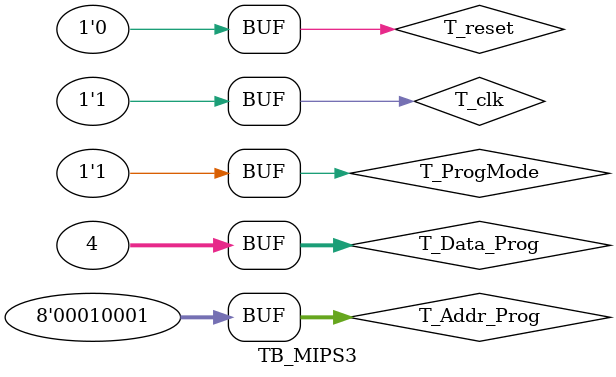
<source format=v>
`timescale 1ns/1ns
module TB_MIPS3;
	
	reg			T_reset;
	reg			T_clk;
	reg			T_ProgMode;
	reg	[7:0]	T_Addr_Prog;
	reg	[31:0]	T_Data_Prog;
	
	MIPS	DUT(
		.reset		(T_reset),
		.clk		(T_clk),
		.ProgMode	(T_ProgMode),
		.Addr_Prog	(T_Addr_Prog),
		.Data_Prog	(T_Data_Prog));
		
	always
	begin
		T_clk = 1'b0;
		#10;
		T_clk = 1'b1;
		#10;
	end
	
	initial
	begin
		T_Addr_Prog = 8'd0;
		T_Data_Prog = 32'd0;
		T_reset = 1'b1;
		T_ProgMode = 1'b0; // Program mode (Write)
		#20;
		T_reset = 1'b0;
		
		T_Addr_Prog = 8'd0;
		T_Data_Prog = 32'd274730462;
		#20;
		T_Addr_Prog = 8'd1;
		T_Data_Prog = 32'd272629760;
		#20;
		T_Addr_Prog = 8'd2;
		T_Data_Prog = 32'd270532609;
		#20;
		T_Addr_Prog = 8'd3;
		T_Data_Prog = 32'd4;
		#20;
		T_Addr_Prog = 8'd4;
		T_Data_Prog = 32'd4;
		#20;
		T_Addr_Prog = 8'd5;
		T_Data_Prog = 32'd8460296;
		#20;
		T_Addr_Prog = 8'd6;
		T_Data_Prog = 32'd880869387;
		#20;
		T_Addr_Prog = 8'd7;
		T_Data_Prog = 32'd4;
		#20;
		T_Addr_Prog = 8'd8;
		T_Data_Prog = 32'd4;
		#20;
		T_Addr_Prog = 8'd9;
		T_Data_Prog = 32'd4;
		#20;
		T_Addr_Prog = 8'd10;
		T_Data_Prog = 32'd272760833;
		#20;
		T_Addr_Prog = 8'd11;
		T_Data_Prog = 32'd6490137;
		#20;
		T_Addr_Prog = 8'd12;
		T_Data_Prog = 32'd878706691;
		#20;
		T_Addr_Prog = 8'd13;
		T_Data_Prog = 32'd4;
		#20;
		T_Addr_Prog = 8'd14;
		T_Data_Prog = 32'd4;
		#20;
		T_Addr_Prog = 8'd15;
		T_Data_Prog = 32'd4227858447;
		#20;
		T_Addr_Prog = 8'd16;
		T_Data_Prog = 32'd4;
		#20;
		T_Addr_Prog = 8'd17;
		T_Data_Prog = 32'd4;
		#20;

		T_reset = 1'b1;
		T_ProgMode = 1'b1;
		#20;
		T_reset = 1'b0;
		#20;
		
	end
	
endmodule
</source>
